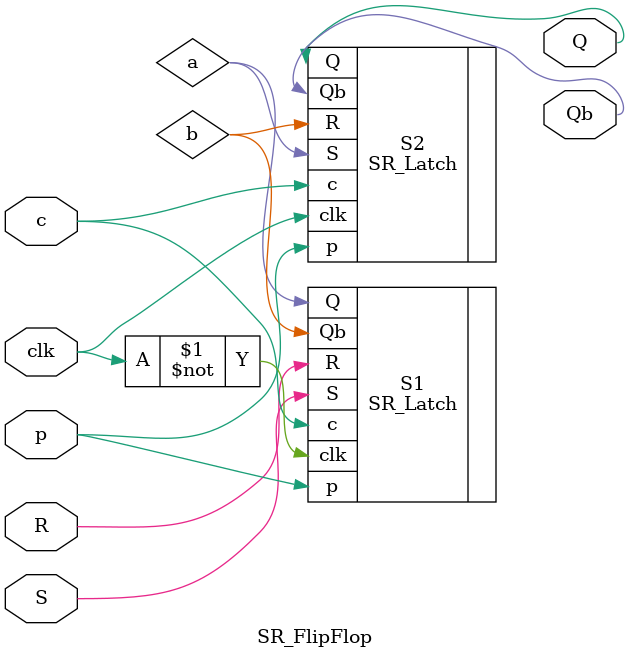
<source format=v>
`include "SR_Latch.v"

module SR_FlipFlop(S, R, clk, p, c, Q,Qb);
    input S, R, clk,p, c;
    output Q,Qb;
    wire a,b;
    SR_Latch S1(.S(S),.R(R),.clk(~clk),.p(p), .c(c), .Q(a),.Qb(b));
    SR_Latch S2(.S(a),.R(b),.clk(clk),.p(p), .c(c), .Q(Q),.Qb(Qb));
endmodule
</source>
